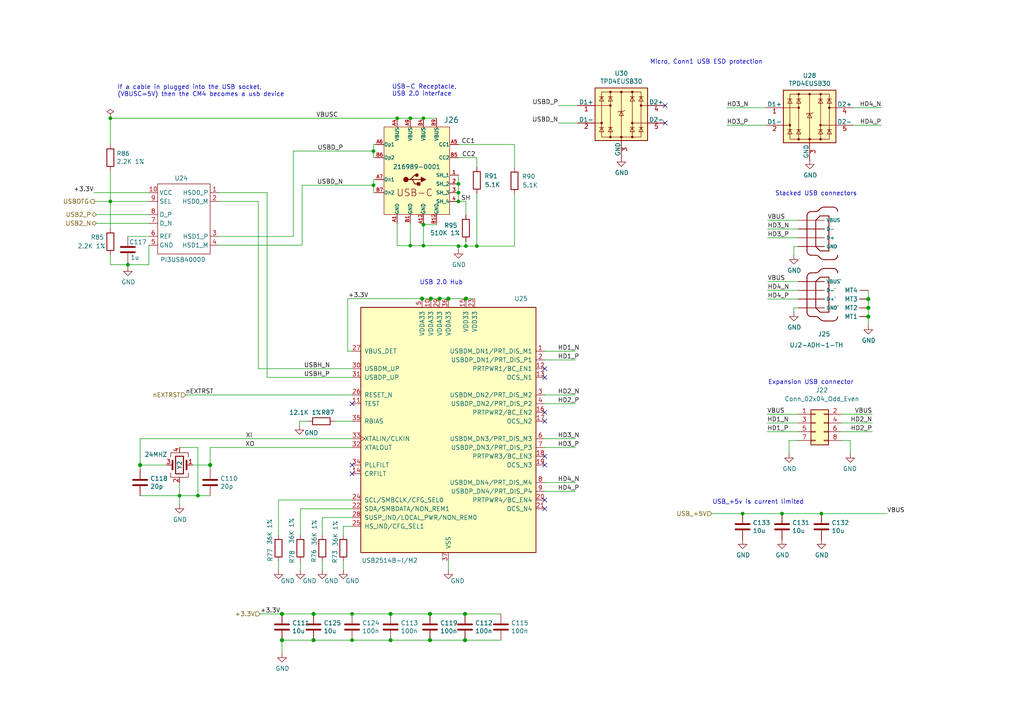
<source format=kicad_sch>
(kicad_sch (version 20230121) (generator eeschema)
  (paper "A4")
  (title_block (title "Penta-Pi") (date "2022-09-05") (rev "2.0") (comment 1 "fjc"))
  (lib_symbols
    (symbol "CM4IO:216989-0001" (pin_names (offset 0.01))
      (property "Reference" "J" (at -19.05 -2.54 0))
      (property "Value" "216989-0001" (at -24.13 -6.35 0))
      (symbol "216989-0001_0_0"
        (text "USB-C" (at -17.78 -13.97 0) (effects (font (size 2 2))))
      )
      (symbol "216989-0001_0_1"
        (circle (center -20.32 -10.16) (radius 0.635) (stroke (width 0.254)) (fill (type outline)))
        (circle (center -17.145 -8.89) (radius 0.381) (stroke (width 0.254)) (fill (type outline)))
        (rectangle (start -16.256 -11.049) (end -17.018 -11.811) (stroke (width 0.254)) (fill (type outline)))
        (polyline (pts (xy -18.415 -10.16) (xy -15.875 -10.16)) (stroke (width 0.254)))
        (polyline (pts (xy -19.685 -10.16) (xy -19.05 -10.16) (xy -17.78 -8.89) (xy -17.145 -8.89)) (stroke (width 0.254)))
        (polyline (pts (xy -19.05 -10.16) (xy -18.415 -10.16) (xy -17.78 -11.43) (xy -16.51 -11.43)) (stroke (width 0.254)))
        (polyline (pts (xy -15.875 -9.525) (xy -15.875 -10.795) (xy -14.605 -10.16) (xy -15.875 -9.525)) (stroke (width 0.254)) (fill (type outline)))
      )
      (symbol "216989-0001_1_1"
        (rectangle (start -26.67 5.08) (end -7.62 -20.32) (fill (type background)))
        (pin passive line (at -5.08 -8.89 180) (length 2.54) (name "SH_1") (number "1"))
        (pin passive line (at -5.08 -11.43 180) (length 2.54) (name "SH_2") (number "2"))
        (pin passive line (at -5.08 -13.97 180) (length 2.54) (name "SH_3") (number "3"))
        (pin passive line (at -5.08 -16.51 180) (length 2.54) (name "SH_4") (number "4"))
        (pin power_in line (at -22.86 -22.86 90) (length 2.54) (name "GND") (number "A1"))
        (pin power_in line (at -15.24 -22.86 90) (length 2.54) (name "GND") (number "A12"))
        (pin passive line (at -22.86 7.62 270) (length 2.54) (name "VBUS") (number "A4"))
        (pin passive line (at -5.08 0 180) (length 2.54) (name "CC1") (number "A5"))
        (pin passive line (at -29.21 0 0) (length 2.54) (name "Dp1") (number "A6"))
        (pin passive line (at -29.21 -10.16 0) (length 2.54) (name "Dn1") (number "A7"))
        (pin power_in line (at -19.05 7.62 270) (length 2.54) (name "VBUS") (number "A9"))
        (pin power_in line (at -19.05 -22.86 90) (length 2.54) (name "GND") (number "B1"))
        (pin power_in line (at -11.43 -22.86 90) (length 2.54) (name "GND") (number "B12"))
        (pin passive line (at -15.24 7.62 270) (length 2.54) (name "VBUS") (number "B4"))
        (pin passive line (at -5.08 -3.81 180) (length 2.54) (name "CC2") (number "B5"))
        (pin passive line (at -29.21 -3.81 0) (length 2.54) (name "Dp2") (number "B6"))
        (pin passive line (at -29.21 -13.97 0) (length 2.54) (name "Dn2") (number "B7"))
        (pin passive line (at -11.43 7.62 270) (length 2.54) (name "VBUS") (number "B9"))
      )
    )
    (symbol "CM4IO:PI3USB4000D"
      (property "Reference" "U" (at -7.62 20.32 0))
      (property "Value" "PI3USB4000D" (at -2.54 -2.54 0))
      (symbol "PI3USB4000D_0_0"
        (pin bidirectional line (at -11.43 16.51 0) (length 2.54) (name "HSD0_P") (number "1"))
        (pin power_in line (at 8.89 16.51 180) (length 2.54) (name "VCC") (number "10"))
        (pin bidirectional line (at -11.43 13.97 0) (length 2.54) (name "HSD0_M") (number "2"))
        (pin bidirectional line (at -11.43 3.81 0) (length 2.54) (name "HSD1_P") (number "3"))
        (pin bidirectional line (at -11.43 1.27 0) (length 2.54) (name "HSD1_M") (number "4"))
        (pin power_in line (at 8.89 1.27 180) (length 2.54) (name "GND") (number "5"))
        (pin input line (at 8.89 3.81 180) (length 2.54) (name "REF") (number "6"))
        (pin bidirectional line (at 8.89 7.62 180) (length 2.54) (name "D_N") (number "7"))
        (pin bidirectional line (at 8.89 10.16 180) (length 2.54) (name "D_P") (number "8"))
        (pin input line (at 8.89 13.97 180) (length 2.54) (name "SEL") (number "9"))
      )
      (symbol "PI3USB4000D_0_1"
        (rectangle (start -8.89 19.05) (end 6.35 -1.27))
      )
    )
    (symbol "CM4IO:TPD4EUSB30" (pin_names (offset 0))
      (property "Reference" "U" (at -0.635 8.89 0))
      (property "Value" "TPD4EUSB30" (at 8.89 -10.16 0))
      (symbol "TPD4EUSB30_0_0"
        (rectangle (start -5.715 6.477) (end 5.715 -6.604))
        (polyline (pts (xy -3.175 -6.604) (xy -3.175 6.477)))
        (polyline (pts (xy 0 6.477) (xy 0 -6.604)))
        (polyline (pts (xy 3.175 6.477) (xy 3.175 -6.604)))
      )
      (symbol "TPD4EUSB30_0_1"
        (rectangle (start -7.62 7.62) (end 7.62 -7.62) (stroke (width 0.254)) (fill (type background)))
        (circle (center -5.715 -2.54) (radius 0.2794) (fill (type outline)))
        (circle (center -3.175 -6.604) (radius 0.2794) (fill (type outline)))
        (circle (center -3.175 2.54) (radius 0.2794) (fill (type outline)))
        (circle (center -3.175 6.477) (radius 0.2794) (fill (type outline)))
        (circle (center 0 -6.604) (radius 0.2794) (fill (type outline)))
        (polyline (pts (xy -7.747 2.54) (xy -3.175 2.54)))
        (polyline (pts (xy -7.62 -2.54) (xy -5.715 -2.54)))
        (polyline (pts (xy -5.08 -3.81) (xy -6.35 -3.81)))
        (polyline (pts (xy -5.08 5.08) (xy -6.35 5.08)))
        (polyline (pts (xy -2.54 -3.81) (xy -3.81 -3.81)))
        (polyline (pts (xy -2.54 5.08) (xy -3.81 5.08)))
        (polyline (pts (xy -0.635 0.889) (xy -1.016 0.635)))
        (polyline (pts (xy 0 -6.604) (xy 0 -7.62)))
        (polyline (pts (xy 0.635 0.889) (xy -0.635 0.889)))
        (polyline (pts (xy 0.635 0.889) (xy 1.016 1.143)))
        (polyline (pts (xy 3.81 -3.81) (xy 2.54 -3.81)))
        (polyline (pts (xy 3.81 5.08) (xy 2.54 5.08)))
        (polyline (pts (xy 6.35 -3.81) (xy 5.08 -3.81)))
        (polyline (pts (xy 6.35 5.08) (xy 5.08 5.08)))
        (polyline (pts (xy 7.62 -2.54) (xy 3.175 -2.54)))
        (polyline (pts (xy 7.62 2.54) (xy 5.715 2.54)))
        (polyline (pts (xy -5.08 -5.08) (xy -6.35 -5.08) (xy -5.715 -3.81) (xy -5.08 -5.08)))
        (polyline (pts (xy -5.08 3.81) (xy -6.35 3.81) (xy -5.715 5.08) (xy -5.08 3.81)))
        (polyline (pts (xy -2.54 -5.08) (xy -3.81 -5.08) (xy -3.175 -3.81) (xy -2.54 -5.08)))
        (polyline (pts (xy -2.54 3.81) (xy -3.81 3.81) (xy -3.175 5.08) (xy -2.54 3.81)))
        (polyline (pts (xy 0.635 -0.381) (xy -0.635 -0.381) (xy 0 0.889) (xy 0.635 -0.381)))
        (polyline (pts (xy 3.81 -5.08) (xy 2.54 -5.08) (xy 3.175 -3.81) (xy 3.81 -5.08)))
        (polyline (pts (xy 3.81 3.81) (xy 2.54 3.81) (xy 3.175 5.08) (xy 3.81 3.81)))
        (polyline (pts (xy 6.35 -5.08) (xy 5.08 -5.08) (xy 5.715 -3.81) (xy 6.35 -5.08)))
        (polyline (pts (xy 6.35 3.81) (xy 5.08 3.81) (xy 5.715 5.08) (xy 6.35 3.81)))
        (circle (center 0 6.477) (radius 0.2794) (fill (type outline)))
        (circle (center 3.175 -6.604) (radius 0.2794) (fill (type outline)))
        (circle (center 3.175 -2.54) (radius 0.2794) (fill (type outline)))
        (circle (center 3.175 6.477) (radius 0.2794) (fill (type outline)))
        (circle (center 5.715 2.54) (radius 0.2794) (fill (type outline)))
      )
      (symbol "TPD4EUSB30_1_1"
        (pin passive line (at -12.7 2.54 0) (length 5.08) (name "D1+") (number "1"))
        (pin passive line (at -12.7 2.54 0) (length 5.08) hide (name "~") (number "10"))
        (pin passive line (at -12.7 -2.54 0) (length 5.08) (name "D1-") (number "2"))
        (pin power_in line (at 0 -12.7 90) (length 5.08) (name "GND") (number "3"))
        (pin passive line (at 12.7 2.54 180) (length 5.08) (name "D2+") (number "4"))
        (pin passive line (at 12.7 -2.54 180) (length 5.08) (name "D2-") (number "5"))
        (pin passive line (at 12.7 -2.54 180) (length 5.08) hide (name "~") (number "6"))
        (pin passive line (at 12.7 2.54 180) (length 5.08) hide (name "~") (number "7"))
        (pin passive line (at 0 -12.7 90) (length 5.08) hide (name "GND") (number "8"))
        (pin passive line (at -12.7 -2.54 0) (length 5.08) hide (name "~") (number "9"))
      )
    )
    (symbol "CM4IO:USB_67298-4090" (pin_numbers hide)
      (property "Reference" "J" (at -5.08 21.6408 0))
      (property "Value" "USB_67298-4090" (at -5.08 -17.8054 0))
      (symbol "USB_67298-4090_0_0"
        (arc (start -5.08 -11.43) (mid -4.708 -12.328) (end -3.81 -12.7) (stroke (width 0.254)))
        (arc (start -5.08 6.35) (mid -4.708 5.452) (end -3.81 5.08) (stroke (width 0.254)))
        (arc (start -3.81 0) (mid -4.708 -0.372) (end -5.08 -1.27) (stroke (width 0.254)))
        (arc (start -3.81 17.78) (mid -4.708 17.408) (end -5.08 16.51) (stroke (width 0.254)))
        (arc (start -2.54 0) (mid -1.972 0.1341) (end -1.524 0.508) (stroke (width 0.254)))
        (arc (start -2.54 17.78) (mid -1.972 17.9141) (end -1.524 18.288) (stroke (width 0.254)))
        (arc (start -1.524 -13.208) (mid -1.972 -12.8341) (end -2.54 -12.7) (stroke (width 0.254)))
        (arc (start -1.524 -13.208) (mid -0.8519 -13.7689) (end 0 -13.97) (stroke (width 0.254)))
        (arc (start -1.524 4.572) (mid -1.972 4.9459) (end -2.54 5.08) (stroke (width 0.254)))
        (arc (start -1.524 4.572) (mid -0.8519 4.0111) (end 0 3.81) (stroke (width 0.254)))
        (polyline (pts (xy -5.08 -1.27) (xy -5.08 -11.43)) (stroke (width 0.254)))
        (polyline (pts (xy -5.08 16.51) (xy -5.08 6.35)) (stroke (width 0.254)))
        (polyline (pts (xy -3.81 -12.7) (xy -2.54 -12.7)) (stroke (width 0.254)))
        (polyline (pts (xy -3.81 0) (xy -2.54 0)) (stroke (width 0.254)))
        (polyline (pts (xy -3.81 5.08) (xy -2.54 5.08)) (stroke (width 0.254)))
        (polyline (pts (xy -3.81 17.78) (xy -2.54 17.78)) (stroke (width 0.254)))
        (polyline (pts (xy -2.54 -10.16) (xy -1.27 -11.43)) (stroke (width 0.254)))
        (polyline (pts (xy -2.54 -2.54) (xy -2.54 -10.16)) (stroke (width 0.254)))
        (polyline (pts (xy -2.54 7.62) (xy -1.27 6.35)) (stroke (width 0.254)))
        (polyline (pts (xy -2.54 15.24) (xy -2.54 7.62)) (stroke (width 0.254)))
        (polyline (pts (xy -1.27 -11.43) (xy 1.27 -11.43)) (stroke (width 0.254)))
        (polyline (pts (xy -1.27 -1.27) (xy -2.54 -2.54)) (stroke (width 0.254)))
        (polyline (pts (xy -1.27 6.35) (xy 1.27 6.35)) (stroke (width 0.254)))
        (polyline (pts (xy -1.27 16.51) (xy -2.54 15.24)) (stroke (width 0.254)))
        (polyline (pts (xy 0 -13.97) (xy 2.54 -13.97)) (stroke (width 0.254)))
        (polyline (pts (xy 0 1.27) (xy 2.54 1.27)) (stroke (width 0.254)))
        (polyline (pts (xy 0 3.81) (xy 2.54 3.81)) (stroke (width 0.254)))
        (polyline (pts (xy 0 19.05) (xy 2.54 19.05)) (stroke (width 0.254)))
        (polyline (pts (xy 1.27 -11.43) (xy 1.27 -1.27)) (stroke (width 0.254)))
        (polyline (pts (xy 1.27 -1.27) (xy -1.27 -1.27)) (stroke (width 0.254)))
        (polyline (pts (xy 1.27 6.35) (xy 1.27 16.51)) (stroke (width 0.254)))
        (polyline (pts (xy 1.27 16.51) (xy -1.27 16.51)) (stroke (width 0.254)))
        (arc (start 0 1.27) (mid -0.8519 1.0689) (end -1.524 0.508) (stroke (width 0.254)))
        (arc (start 0 19.05) (mid -0.8519 18.8489) (end -1.524 18.288) (stroke (width 0.254)))
        (arc (start 2.54 -13.97) (mid 3.438 -13.598) (end 3.81 -12.7) (stroke (width 0.254)))
        (arc (start 2.54 3.81) (mid 3.438 4.182) (end 3.81 5.08) (stroke (width 0.254)))
        (arc (start 3.81 0) (mid 3.438 0.898) (end 2.54 1.27) (stroke (width 0.254)))
        (arc (start 3.81 17.78) (mid 3.438 18.678) (end 2.54 19.05) (stroke (width 0.254)))
        (pin power_in line (at -7.62 -2.54 0) (length 7.62) (name "VBUS`") (number "1"))
        (pin passive line (at -7.62 -5.08 0) (length 7.62) (name "D-`") (number "2"))
        (pin passive line (at -7.62 -7.62 0) (length 7.62) (name "D+`") (number "3"))
        (pin power_in line (at -7.62 -10.16 0) (length 7.62) (name "GND`") (number "4"))
        (pin power_in line (at -7.62 15.24 0) (length 7.62) (name "VBUS") (number "5"))
        (pin passive line (at -7.62 12.7 0) (length 7.62) (name "D-") (number "6"))
        (pin passive line (at -7.62 10.16 0) (length 7.62) (name "D+") (number "7"))
        (pin power_in line (at -7.62 7.62 0) (length 7.62) (name "GND") (number "8"))
        (pin passive line (at 12.7 -12.7 180) (length 2.54) (name "MT1") (number "MT1"))
        (pin passive line (at 12.7 -10.16 180) (length 2.54) (name "MT2") (number "MT2"))
        (pin passive line (at 12.7 -7.62 180) (length 2.54) (name "MT3") (number "MT3"))
        (pin passive line (at 12.7 -5.08 180) (length 2.54) (name "MT4") (number "MT4"))
      )
    )
    (symbol "Connector_Generic:Conn_02x04_Odd_Even" (pin_names (offset 1.016) hide)
      (property "Reference" "J" (at 1.27 5.08 0))
      (property "Value" "Conn_02x04_Odd_Even" (at 1.27 -7.62 0))
      (symbol "Conn_02x04_Odd_Even_1_1"
        (rectangle (start -1.27 -4.953) (end 0 -5.207) (stroke (width 0.1524)))
        (rectangle (start -1.27 -2.413) (end 0 -2.667) (stroke (width 0.1524)))
        (rectangle (start -1.27 0.127) (end 0 -0.127) (stroke (width 0.1524)))
        (rectangle (start -1.27 2.667) (end 0 2.413) (stroke (width 0.1524)))
        (rectangle (start -1.27 3.81) (end 3.81 -6.35) (stroke (width 0.254)) (fill (type background)))
        (rectangle (start 3.81 -4.953) (end 2.54 -5.207) (stroke (width 0.1524)))
        (rectangle (start 3.81 -2.413) (end 2.54 -2.667) (stroke (width 0.1524)))
        (rectangle (start 3.81 0.127) (end 2.54 -0.127) (stroke (width 0.1524)))
        (rectangle (start 3.81 2.667) (end 2.54 2.413) (stroke (width 0.1524)))
        (pin passive line (at -5.08 2.54 0) (length 3.81) (name "Pin_1") (number "1"))
        (pin passive line (at 7.62 2.54 180) (length 3.81) (name "Pin_2") (number "2"))
        (pin passive line (at -5.08 0 0) (length 3.81) (name "Pin_3") (number "3"))
        (pin passive line (at 7.62 0 180) (length 3.81) (name "Pin_4") (number "4"))
        (pin passive line (at -5.08 -2.54 0) (length 3.81) (name "Pin_5") (number "5"))
        (pin passive line (at 7.62 -2.54 180) (length 3.81) (name "Pin_6") (number "6"))
        (pin passive line (at -5.08 -5.08 0) (length 3.81) (name "Pin_7") (number "7"))
        (pin passive line (at 7.62 -5.08 180) (length 3.81) (name "Pin_8") (number "8"))
      )
    )
    (symbol "Device:C" (pin_numbers hide) (pin_names (offset 0.254))
      (property "Reference" "C" (at 0.635 2.54 0))
      (property "Value" "C" (at 0.635 -2.54 0))
      (symbol "C_0_1"
        (polyline (pts (xy -2.032 -0.762) (xy 2.032 -0.762)) (stroke (width 0.508)))
        (polyline (pts (xy -2.032 0.762) (xy 2.032 0.762)) (stroke (width 0.508)))
      )
      (symbol "C_1_1"
        (pin passive line (at 0 3.81 270) (length 2.794) (name "~") (number "1"))
        (pin passive line (at 0 -3.81 90) (length 2.794) (name "~") (number "2"))
      )
    )
    (symbol "Device:Crystal_GND24" (pin_names (offset 1.016) hide)
      (property "Reference" "Y" (at 3.175 5.08 0))
      (property "Value" "Crystal_GND24" (at 3.175 3.175 0))
      (symbol "Crystal_GND24_0_1"
        (rectangle (start -1.143 2.54) (end 1.143 -2.54) (stroke (width 0.3048)))
        (polyline (pts (xy -2.54 0) (xy -2.032 0)))
        (polyline (pts (xy -2.032 -1.27) (xy -2.032 1.27)) (stroke (width 0.508)))
        (polyline (pts (xy 0 -3.81) (xy 0 -3.556)))
        (polyline (pts (xy 0 3.556) (xy 0 3.81)))
        (polyline (pts (xy 2.032 -1.27) (xy 2.032 1.27)) (stroke (width 0.508)))
        (polyline (pts (xy 2.032 0) (xy 2.54 0)))
        (polyline (pts (xy -2.54 -2.286) (xy -2.54 -3.556) (xy 2.54 -3.556) (xy 2.54 -2.286)))
        (polyline (pts (xy -2.54 2.286) (xy -2.54 3.556) (xy 2.54 3.556) (xy 2.54 2.286)))
      )
      (symbol "Crystal_GND24_1_1"
        (pin passive line (at -3.81 0 0) (length 1.27) (name "1") (number "1"))
        (pin passive line (at 0 5.08 270) (length 1.27) (name "2") (number "2"))
        (pin passive line (at 3.81 0 180) (length 1.27) (name "3") (number "3"))
        (pin passive line (at 0 -5.08 90) (length 1.27) (name "4") (number "4"))
      )
    )
    (symbol "Device:R" (pin_numbers hide) (pin_names (offset 0))
      (property "Reference" "R" (at 2.032 0 90))
      (property "Value" "R" (at 0 0 90))
      (symbol "R_0_1"
        (rectangle (start -1.016 -2.54) (end 1.016 2.54) (stroke (width 0.254)))
      )
      (symbol "R_1_1"
        (pin passive line (at 0 3.81 270) (length 1.27) (name "~") (number "1"))
        (pin passive line (at 0 -3.81 90) (length 1.27) (name "~") (number "2"))
      )
    )
    (symbol "Interface_USB:USB2514B_Bi" (pin_names (offset 1.016))
      (property "Reference" "U" (at -17.78 40.64 0))
      (property "Value" "USB2514B_Bi" (at -20.32 38.1 0))
      (symbol "USB2514B_Bi_0_1"
        (rectangle (start -25.4 35.56) (end 25.4 -35.56) (stroke (width 0.254)) (fill (type background)))
      )
      (symbol "USB2514B_Bi_1_1"
        (pin bidirectional line (at 27.94 22.86 180) (length 2.54) (name "USBDM_DN1/PRT_DIS_M1") (number "1"))
        (pin power_in line (at -5.08 38.1 270) (length 2.54) (name "VDDA33") (number "10"))
        (pin input line (at -27.94 7.62 0) (length 2.54) (name "TEST") (number "11"))
        (pin bidirectional line (at 27.94 17.78 180) (length 2.54) (name "PRTPWR1/BC_EN1") (number "12"))
        (pin input line (at 27.94 15.24 180) (length 2.54) (name "OCS_N1") (number "13"))
        (pin input line (at -27.94 -12.7 0) (length 2.54) (name "CRFILT") (number "14"))
        (pin power_in line (at 5.08 38.1 270) (length 2.54) (name "VDD33") (number "15"))
        (pin bidirectional line (at 27.94 5.08 180) (length 2.54) (name "PRTPWR2/BC_EN2") (number "16"))
        (pin input line (at 27.94 2.54 180) (length 2.54) (name "OCS_N2") (number "17"))
        (pin bidirectional line (at 27.94 -7.62 180) (length 2.54) (name "PRTPWR3/BC_EN3") (number "18"))
        (pin input line (at 27.94 -10.16 180) (length 2.54) (name "OCS_N3") (number "19"))
        (pin bidirectional line (at 27.94 20.32 180) (length 2.54) (name "USBDP_DN1/PRT_DIS_P1") (number "2"))
        (pin bidirectional line (at 27.94 -20.32 180) (length 2.54) (name "PRTPWR4/BC_EN4") (number "20"))
        (pin input line (at 27.94 -22.86 180) (length 2.54) (name "OCS_N4") (number "21"))
        (pin bidirectional line (at -27.94 -22.86 0) (length 2.54) (name "SDA/SMBDATA/NON_REM1") (number "22"))
        (pin power_in line (at 7.62 38.1 270) (length 2.54) (name "VDD33") (number "23"))
        (pin bidirectional line (at -27.94 -20.32 0) (length 2.54) (name "SCL/SMBCLK/CFG_SEL0") (number "24"))
        (pin bidirectional line (at -27.94 -27.94 0) (length 2.54) (name "HS_IND/CFG_SEL1") (number "25"))
        (pin input line (at -27.94 10.16 0) (length 2.54) (name "RESET_N") (number "26"))
        (pin input line (at -27.94 22.86 0) (length 2.54) (name "VBUS_DET") (number "27"))
        (pin bidirectional line (at -27.94 -25.4 0) (length 2.54) (name "SUSP_IND/LOCAL_PWR/NON_REM0") (number "28"))
        (pin power_in line (at -2.54 38.1 270) (length 2.54) (name "VDDA33") (number "29"))
        (pin bidirectional line (at 27.94 10.16 180) (length 2.54) (name "USBDM_DN2/PRT_DIS_M2") (number "3"))
        (pin bidirectional line (at -27.94 17.78 0) (length 2.54) (name "USBDM_UP") (number "30"))
        (pin bidirectional line (at -27.94 15.24 0) (length 2.54) (name "USBDP_UP") (number "31"))
        (pin output line (at -27.94 -5.08 0) (length 2.54) (name "XTALOUT") (number "32"))
        (pin input clock (at -27.94 -2.54 0) (length 2.54) (name "XTALIN/CLKIN") (number "33"))
        (pin input line (at -27.94 -10.16 0) (length 2.54) (name "PLLFILT") (number "34"))
        (pin input line (at -27.94 2.54 0) (length 2.54) (name "RBIAS") (number "35"))
        (pin power_in line (at 0 38.1 270) (length 2.54) (name "VDDA33") (number "36"))
        (pin power_in line (at 0 -38.1 90) (length 2.54) (name "VSS") (number "37"))
        (pin bidirectional line (at 27.94 7.62 180) (length 2.54) (name "USBDP_DN2/PRT_DIS_P2") (number "4"))
        (pin power_in line (at -7.62 38.1 270) (length 2.54) (name "VDDA33") (number "5"))
        (pin bidirectional line (at 27.94 -2.54 180) (length 2.54) (name "USBDM_DN3/PRT_DIS_M3") (number "6"))
        (pin bidirectional line (at 27.94 -5.08 180) (length 2.54) (name "USBDP_DN3/PRT_DIS_P3") (number "7"))
        (pin bidirectional line (at 27.94 -15.24 180) (length 2.54) (name "USBDM_DN4/PRT_DIS_M4") (number "8"))
        (pin bidirectional line (at 27.94 -17.78 180) (length 2.54) (name "USBDP_DN4/PRT_DIS_P4") (number "9"))
      )
    )
    (symbol "power:GND" (power) (pin_names (offset 0))
      (property "Value" "GND" (at 0 -3.81 0))
      (symbol "GND_0_1"
        (polyline (pts (xy 0 0) (xy 0 -1.27) (xy 1.27 -1.27) (xy 0 -2.54) (xy -1.27 -1.27) (xy 0 -1.27)))
      )
      (symbol "GND_1_1"
        (pin power_in line (at 0 0 270) (length 0) hide (name "GND") (number "1"))
      )
    )
    (symbol "power:PWR_FLAG" (power) (pin_numbers hide) (pin_names (offset 0) hide)
      (property "Value" "PWR_FLAG" (at 0 3.81 0))
      (symbol "PWR_FLAG_0_0"
        (pin power_out line (at 0 0 90) (length 0) (name "pwr") (number "1"))
      )
      (symbol "PWR_FLAG_0_1"
        (polyline (pts (xy 0 0) (xy 0 1.27) (xy -1.016 1.905) (xy 0 2.54) (xy 1.016 1.905) (xy 0 1.27)))
      )
    )
  )
  (junction (at 132.969 55.88))
  (junction (at 122.428 86.614) (diameter 1.016))
  (junction (at 108.331 43.815))
  (junction (at 81.788 178.054) (diameter 1.016))
  (junction (at 132.969 58.42))
  (junction (at 90.932 185.674) (diameter 1.016))
  (junction (at 118.999 34.29))
  (junction (at 124.968 86.614) (diameter 1.016))
  (junction (at 113.284 178.054) (diameter 1.016))
  (junction (at 251.841 86.741) (diameter 1.016))
  (junction (at 122.809 34.29))
  (junction (at 32.004 34.29))
  (junction (at 130.048 86.614) (diameter 1.016))
  (junction (at 135.128 71.374))
  (junction (at 57.404 143.764))
  (junction (at 135.128 86.614) (diameter 1.016))
  (junction (at 115.189 34.29))
  (junction (at 40.64 134.874) (diameter 1.016))
  (junction (at 251.841 91.821) (diameter 1.016))
  (junction (at 132.969 53.34))
  (junction (at 90.932 178.054) (diameter 1.016))
  (junction (at 124.714 178.054) (diameter 1.016))
  (junction (at 226.822 148.971) (diameter 0.9144))
  (junction (at 37.084 76.7842))
  (junction (at 122.809 65.151))
  (junction (at 113.284 185.674) (diameter 1.016))
  (junction (at 132.969 71.374))
  (junction (at 32.004 58.42))
  (junction (at 238.252 148.971) (diameter 0.9144))
  (junction (at 118.999 71.247))
  (junction (at 134.874 178.054) (diameter 1.016))
  (junction (at 108.331 53.721))
  (junction (at 127.508 86.614) (diameter 1.016))
  (junction (at 102.108 185.674) (diameter 0.9144))
  (junction (at 122.809 71.247))
  (junction (at 215.392 148.971) (diameter 0.9144))
  (junction (at 138.303 71.374))
  (junction (at 81.788 185.674) (diameter 1.016))
  (junction (at 60.96 134.874) (diameter 1.016))
  (junction (at 52.07 143.764))
  (junction (at 102.108 178.054) (diameter 0.914))
  (junction (at 251.841 89.281) (diameter 1.016))
  (junction (at 134.874 185.674) (diameter 1.016))
  (junction (at 124.714 185.674) (diameter 1.016))
  (no_connect (at 157.988 119.634))
  (no_connect (at 102.108 117.094))
  (no_connect (at 192.913 30.607))
  (no_connect (at 192.913 35.687))
  (no_connect (at 157.988 134.874))
  (no_connect (at 102.108 134.874))
  (no_connect (at 102.108 137.414))
  (no_connect (at 157.988 147.574))
  (no_connect (at 157.988 109.474))
  (no_connect (at 157.988 132.334))
  (no_connect (at 157.988 122.174))
  (no_connect (at 157.988 145.034))
  (no_connect (at 157.988 106.934))
  (wire (pts (xy 130.048 162.814) (xy 130.048 165.354)))
  (wire (pts (xy 115.189 34.29) (xy 118.999 34.29)))
  (wire (pts (xy 135.128 58.42) (xy 135.128 62.357)))
  (wire (pts (xy 108.331 53.721) (xy 108.331 55.88)))
  (wire (pts (xy 89.408 122.174) (xy 86.868 122.174)))
  (wire (pts (xy 122.809 64.77) (xy 122.809 65.151)))
  (wire (pts (xy 132.969 71.374) (xy 132.969 72.39)))
  (wire (pts (xy 134.874 185.674) (xy 145.288 185.674)))
  (wire (pts (xy 234.823 46.482) (xy 234.8823 46.4363)))
  (wire (pts (xy 215.392 148.971) (xy 226.822 148.971)))
  (wire (pts (xy 32.004 73.914) (xy 32.004 76.7842)))
  (wire (pts (xy 102.108 185.674) (xy 113.284 185.674)))
  (wire (pts (xy 85.09 68.58) (xy 85.09 43.815)))
  (wire (pts (xy 80.772 145.034) (xy 102.108 145.034)))
  (wire (pts (xy 127.508 86.614) (xy 130.048 86.614)))
  (wire (pts (xy 118.999 34.29) (xy 122.809 34.29)))
  (wire (pts (xy 252.984 120.142) (xy 244.094 120.142)))
  (wire (pts (xy 74.93 106.934) (xy 102.108 106.934)))
  (wire (pts (xy 135.128 71.374) (xy 138.303 71.374)))
  (wire (pts (xy 118.999 71.247) (xy 118.999 64.77)))
  (wire (pts (xy 93.472 150.114) (xy 102.108 150.114)))
  (wire (pts (xy 132.969 55.88) (xy 132.969 58.42)))
  (wire (pts (xy 80.772 155.194) (xy 80.772 145.034)))
  (wire (pts (xy 135.128 69.977) (xy 135.128 71.374)))
  (wire (pts (xy 102.108 178.054) (xy 113.284 178.054)) (stroke (width 0.152)))
  (wire (pts (xy 63.5 68.58) (xy 85.09 68.58)))
  (wire (pts (xy 247.523 36.322) (xy 255.651 36.322)))
  (wire (pts (xy 32.004 49.53) (xy 32.004 58.42)))
  (wire (pts (xy 87.122 147.574) (xy 102.108 147.574)))
  (wire (pts (xy 40.64 134.874) (xy 48.26 134.874)))
  (wire (pts (xy 135.128 86.614) (xy 137.668 86.614)))
  (wire (pts (xy 80.772 162.814) (xy 80.772 165.354)))
  (wire (pts (xy 40.64 127.254) (xy 40.64 134.874)))
  (wire (pts (xy 124.968 86.614) (xy 127.508 86.614)))
  (wire (pts (xy 40.64 143.764) (xy 52.07 143.764)))
  (wire (pts (xy 52.07 129.794) (xy 57.404 129.794)))
  (wire (pts (xy 57.404 129.794) (xy 57.404 143.764)))
  (wire (pts (xy 63.5 71.12) (xy 87.63 71.12)))
  (wire (pts (xy 85.09 43.815) (xy 108.331 43.815)))
  (wire (pts (xy 52.07 143.764) (xy 52.07 146.304)))
  (wire (pts (xy 132.969 41.91) (xy 149.225 41.91)))
  (wire (pts (xy 99.568 155.194) (xy 99.568 152.654)))
  (wire (pts (xy 52.07 139.954) (xy 52.07 143.764)))
  (wire (pts (xy 81.788 185.674) (xy 90.932 185.674)))
  (wire (pts (xy 32.004 58.42) (xy 43.18 58.42)))
  (wire (pts (xy 222.631 63.881) (xy 231.521 63.881)))
  (wire (pts (xy 122.428 86.614) (xy 124.968 86.614)))
  (wire (pts (xy 27.178 55.88) (xy 43.18 55.88)))
  (wire (pts (xy 63.5 55.88) (xy 77.47 55.88)))
  (wire (pts (xy 86.868 122.174) (xy 86.868 123.444)))
  (wire (pts (xy 251.841 91.821) (xy 251.841 94.361)))
  (wire (pts (xy 122.809 34.29) (xy 126.619 34.29)))
  (wire (pts (xy 138.303 45.72) (xy 138.303 48.514)))
  (wire (pts (xy 222.631 68.961) (xy 231.521 68.961)))
  (wire (pts (xy 251.841 84.201) (xy 251.841 86.741)))
  (wire (pts (xy 157.988 101.854) (xy 166.878 101.854)))
  (wire (pts (xy 113.284 185.674) (xy 124.714 185.674)))
  (wire (pts (xy 77.47 109.474) (xy 102.108 109.474)))
  (wire (pts (xy 124.714 178.054) (xy 134.874 178.054)))
  (wire (pts (xy 138.303 71.374) (xy 149.225 71.374)))
  (wire (pts (xy 161.925 35.687) (xy 167.513 35.687)))
  (wire (pts (xy 134.874 178.054) (xy 145.288 178.054)))
  (wire (pts (xy 251.841 86.741) (xy 251.841 89.281)))
  (wire (pts (xy 32.004 41.91) (xy 32.004 34.29)))
  (wire (pts (xy 130.048 86.614) (xy 135.128 86.614)))
  (wire (pts (xy 157.988 139.954) (xy 166.878 139.954)))
  (wire (pts (xy 251.841 89.281) (xy 251.841 91.821)))
  (wire (pts (xy 244.094 127.762) (xy 246.634 127.762)))
  (wire (pts (xy 60.96 129.794) (xy 102.108 129.794)))
  (wire (pts (xy 161.925 30.607) (xy 167.513 30.607)))
  (wire (pts (xy 108.331 41.91) (xy 108.839 41.91)))
  (wire (pts (xy 157.988 142.494) (xy 166.878 142.494)))
  (wire (pts (xy 231.521 89.281) (xy 230.251 89.281)))
  (wire (pts (xy 27.94 62.23) (xy 43.18 62.23)))
  (wire (pts (xy 132.969 50.8) (xy 132.969 53.34)))
  (wire (pts (xy 210.82 36.322) (xy 222.123 36.322)))
  (wire (pts (xy 157.988 117.094) (xy 166.878 117.094)))
  (wire (pts (xy 222.631 84.201) (xy 231.521 84.201)))
  (wire (pts (xy 115.189 71.247) (xy 115.189 64.77)))
  (wire (pts (xy 81.788 178.054) (xy 90.932 178.054)))
  (wire (pts (xy 100.838 86.614) (xy 122.428 86.614)))
  (wire (pts (xy 115.189 71.247) (xy 118.999 71.247)))
  (wire (pts (xy 90.932 178.054) (xy 102.108 178.054)) (stroke (width 0.152)))
  (wire (pts (xy 138.303 56.134) (xy 138.303 71.374)))
  (wire (pts (xy 157.988 127.254) (xy 166.878 127.254)))
  (wire (pts (xy 53.848 114.554) (xy 102.108 114.554)))
  (wire (pts (xy 93.472 162.814) (xy 93.472 165.354)))
  (wire (pts (xy 226.822 148.971) (xy 238.252 148.971)))
  (wire (pts (xy 132.969 53.34) (xy 132.969 55.88)))
  (wire (pts (xy 108.331 43.815) (xy 108.331 45.72)))
  (wire (pts (xy 228.854 127.762) (xy 228.854 131.572)))
  (wire (pts (xy 157.988 129.794) (xy 166.878 129.794)))
  (wire (pts (xy 87.122 162.814) (xy 87.122 165.354)))
  (wire (pts (xy 93.472 155.194) (xy 93.472 150.114)))
  (wire (pts (xy 37.084 76.7842) (xy 37.084 76.2)))
  (wire (pts (xy 37.084 77.4192) (xy 37.084 76.7842)))
  (wire (pts (xy 252.984 125.222) (xy 244.094 125.222)))
  (wire (pts (xy 231.521 71.501) (xy 230.251 71.501)))
  (wire (pts (xy 32.004 58.42) (xy 32.004 66.294)))
  (wire (pts (xy 108.331 45.72) (xy 108.839 45.72)))
  (wire (pts (xy 108.331 43.815) (xy 108.331 41.91)))
  (wire (pts (xy 40.64 127.254) (xy 102.108 127.254)))
  (wire (pts (xy 63.5 58.42) (xy 74.93 58.42)))
  (wire (pts (xy 90.932 185.674) (xy 102.108 185.674)))
  (wire (pts (xy 27.305 58.42) (xy 32.004 58.42)))
  (wire (pts (xy 81.788 189.484) (xy 81.788 185.674)))
  (wire (pts (xy 113.284 178.054) (xy 124.714 178.054)))
  (wire (pts (xy 60.96 129.794) (xy 60.96 134.874)))
  (wire (pts (xy 60.96 134.874) (xy 60.96 136.144)))
  (wire (pts (xy 222.631 66.421) (xy 231.521 66.421)))
  (wire (pts (xy 157.988 104.394) (xy 166.878 104.394)))
  (wire (pts (xy 40.64 136.144) (xy 40.64 134.874)))
  (wire (pts (xy 74.93 58.42) (xy 74.93 106.934)))
  (wire (pts (xy 32.004 76.7842) (xy 37.084 76.7842)))
  (wire (pts (xy 37.084 76.7842) (xy 43.18 76.7842)))
  (wire (pts (xy 87.63 71.12) (xy 87.63 53.721)))
  (wire (pts (xy 52.07 143.764) (xy 57.404 143.764)))
  (wire (pts (xy 57.404 143.764) (xy 60.96 143.764)))
  (wire (pts (xy 75.438 178.054) (xy 81.788 178.054)))
  (wire (pts (xy 124.714 185.674) (xy 134.874 185.674)))
  (wire (pts (xy 206.502 148.971) (xy 215.392 148.971)))
  (wire (pts (xy 37.084 68.58) (xy 43.18 68.58)))
  (wire (pts (xy 149.225 56.261) (xy 149.225 71.374)))
  (wire (pts (xy 108.331 52.07) (xy 108.839 52.07)))
  (wire (pts (xy 222.631 86.741) (xy 231.521 86.741)))
  (wire (pts (xy 55.88 134.874) (xy 60.96 134.874)))
  (wire (pts (xy 99.568 162.814) (xy 99.568 165.354)))
  (wire (pts (xy 27.94 64.77) (xy 43.18 64.77)))
  (wire (pts (xy 252.984 122.682) (xy 244.094 122.682)))
  (wire (pts (xy 43.18 71.12) (xy 43.18 76.7842)))
  (wire (pts (xy 180.213 45.847) (xy 180.213 45.72)))
  (wire (pts (xy 238.252 148.971) (xy 257.302 148.971)))
  (wire (pts (xy 222.504 120.142) (xy 231.394 120.142)))
  (wire (pts (xy 97.028 122.174) (xy 102.108 122.174)))
  (wire (pts (xy 222.504 125.222) (xy 231.394 125.222)))
  (wire (pts (xy 210.82 31.242) (xy 222.123 31.242)))
  (wire (pts (xy 126.619 64.77) (xy 126.619 65.151)))
  (wire (pts (xy 118.999 71.247) (xy 122.809 71.247)))
  (wire (pts (xy 230.251 89.281) (xy 230.251 90.551)))
  (wire (pts (xy 122.809 65.151) (xy 122.809 71.247)))
  (wire (pts (xy 102.108 101.854) (xy 100.838 101.854)))
  (wire (pts (xy 108.331 55.88) (xy 108.839 55.88)))
  (wire (pts (xy 87.63 53.721) (xy 108.331 53.721)))
  (wire (pts (xy 228.854 127.762) (xy 231.394 127.762)))
  (wire (pts (xy 100.838 101.854) (xy 100.838 86.614)))
  (wire (pts (xy 222.504 122.682) (xy 231.394 122.682)))
  (wire (pts (xy 157.988 114.554) (xy 166.878 114.554)))
  (wire (pts (xy 246.634 127.762) (xy 246.634 131.572)))
  (wire (pts (xy 247.523 31.242) (xy 255.651 31.242)))
  (wire (pts (xy 230.251 71.501) (xy 230.251 74.041)))
  (wire (pts (xy 132.969 71.374) (xy 132.969 71.247)))
  (wire (pts (xy 149.225 41.91) (xy 149.225 48.641)))
  (wire (pts (xy 122.809 71.247) (xy 132.969 71.247)))
  (wire (pts (xy 32.004 34.29) (xy 115.189 34.29)))
  (wire (pts (xy 77.47 55.88) (xy 77.47 109.474)))
  (wire (pts (xy 87.122 155.194) (xy 87.122 147.574)))
  (wire (pts (xy 222.631 81.661) (xy 231.521 81.661)))
  (wire (pts (xy 132.969 71.374) (xy 135.128 71.374)))
  (wire (pts (xy 122.809 65.151) (xy 126.619 65.151)))
  (wire (pts (xy 99.568 152.654) (xy 102.108 152.654)))
  (wire (pts (xy 132.969 45.72) (xy 138.303 45.72)))
  (wire (pts (xy 108.331 52.07) (xy 108.331 53.721)))
  (wire (pts (xy 132.969 58.42) (xy 135.128 58.42)))
  (text "Micro, Conn1 USB ESD protection" (at 221.234 18.796 0) (effects (font (size 1.27 1.27)) (justify right bottom)))
  (text "Stacked USB connectors" (at 248.5898 56.9722 0) (effects (font (size 1.27 1.27)) (justify right bottom)))
  (text "Expansion USB connector" (at 247.6246 111.6838 0) (effects (font (size 1.27 1.27)) (justify right bottom)))
  (text "USB 2.0 Hub" (at 134.2898 82.7532 0) (effects (font (size 1.27 1.27)) (justify right bottom)))
  (text "USB-C Receptacle,\nUSB 2.0 interface" (at 113.665 28.067 0) (effects (font (size 1.27 1.27)) (justify left bottom)))
  (text "USB_+5v is current limited" (at 233.172 146.431 0) (effects (font (size 1.27 1.27)) (justify right bottom)))
  (text "If a cable in plugged into the USB socket,\n(VBUSC=5V) then the CM4 becomes a usb device" (at 34.036 28.194 0) (effects (font (size 1.27 1.27)) (justify left bottom)))
  (label "HD3_P" (at 222.631 68.961 0))
  (label "HD4_P" (at 255.651 36.322 180))
  (label "HD4_P" (at 222.631 86.741 0))
  (label "HD2_N" (at 252.984 122.682 180))
  (label "USBD_N" (at 91.948 53.721 0))
  (label "VBUS" (at 222.631 63.881 0))
  (label "USBH_N" (at 88.138 106.934 0))
  (label "HD3_N" (at 161.798 127.254 0))
  (label "HD3_P" (at 210.82 36.322 0))
  (label "HD2_P" (at 252.984 125.222 180))
  (label "VBUS" (at 222.631 81.661 0))
  (label "HD1_P" (at 222.504 125.222 0))
  (label "VBUS" (at 257.302 148.971 0))
  (label "CC1" (at 133.858 41.91 0))
  (label "USBH_P" (at 88.138 109.474 0))
  (label "VBUS" (at 252.984 120.142 180))
  (label "HD2_N" (at 161.798 114.554 0))
  (label "HD4_N" (at 161.798 139.954 0))
  (label "USBD_P" (at 161.925 30.607 180))
  (label "XI" (at 71.247 127.254 0))
  (label "HD4_P" (at 161.798 142.494 0))
  (label "HD3_N" (at 210.82 31.242 0))
  (label "HD4_N" (at 222.631 84.201 0))
  (label "USBD_N" (at 161.925 35.687 180))
  (label "SH" (at 133.731 58.42 0))
  (label "HD1_N" (at 161.798 101.854 0))
  (label "HD2_P" (at 161.798 117.094 0))
  (label "nEXTRST" (at 53.848 114.554 0))
  (label "HD1_P" (at 161.798 104.394 0))
  (label "CC2" (at 133.985 45.72 0))
  (label "XO" (at 71.12 129.794 0))
  (label "HD4_N" (at 255.651 31.242 180))
  (label "+3.3V" (at 27.178 55.88 180))
  (label "USBD_P" (at 92.075 43.815 0))
  (label "HD3_P" (at 161.798 129.794 0))
  (label "HD3_N" (at 222.631 66.421 0))
  (label "+3.3V" (at 100.965 86.614 0))
  (label "HD1_N" (at 222.504 122.682 0))
  (label "VBUS" (at 222.504 120.142 0))
  (label "VBUSC" (at 91.694 34.29 0))
  (label "+3.3V" (at 75.438 178.054 0))
  (hierarchical_label "USB_+5V" (shape input) (at 206.502 148.971 180))
  (hierarchical_label "+3.3V" (shape input) (at 75.438 178.054 180))
  (hierarchical_label "USBOTG" (shape output) (at 27.305 58.42 180))
  (hierarchical_label "USB2_P" (shape bidirectional) (at 27.94 62.23 180))
  (hierarchical_label "nEXTRST" (shape input) (at 53.848 114.554 180))
  (hierarchical_label "USB2_N" (shape bidirectional) (at 27.94 64.77 180))
  (symbol (lib_id "CM4IO:USB_67298-4090") (at 239.141 79.121 0) (unit 1)
    (property "Reference" "J25" (at 237.236 96.901 0) (effects (justify left)))
    (property "Value" "UJ2-ADH-1-TH" (at 228.981 100.076 0) (effects (justify left)))
    (property "Footprint" "CM4IO:MOLEX_USB_67298-4090" (effects hide))
    (property "Datasheet" "https://www.cuidevices.com/product/resource/uj2-adh-th.pdf" (effects hide))
    (property "LCSC Part Number" "C12049" (effects hide))
  )
  (symbol (lib_id "power:GND") (at 228.854 131.572 0) (unit 1)
    (property "Reference" "#PWR0122" (effects hide))
    (property "Value" "GND" (at 228.981 135.9662 0))
  )
  (symbol (lib_id "power:GND") (at 246.634 131.572 0) (mirror y) (unit 1)
    (property "Reference" "#PWR0126" (effects hide))
    (property "Value" "GND" (at 246.507 135.9662 0))
  )
  (symbol (lib_id "Device:R") (at 32.004 45.72 0) (unit 1)
    (property "Reference" "R86" (at 33.782 44.5516 0) (effects (justify left)))
    (property "Value" "2.2K 1%" (at 33.782 46.863 0) (effects (justify left)))
    (property "Footprint" "Resistor_SMD:R_0603_1608Metric" (effects hide))
    (property "LCSC Part Number" "C4190" (effects hide))
  )
  (symbol (lib_id "Device:C") (at 215.392 152.781 0) (unit 1)
    (property "Reference" "C133" (at 218.313 151.6126 0) (effects (justify left)))
    (property "Value" "10u" (at 218.313 153.924 0) (effects (justify left)))
    (property "Footprint" "Capacitor_SMD:C_0603_1608Metric" (effects hide))
    (property "Datasheet" "http://www.samsungsem.com/kr/support/product-search/mlcc/CL21B106KPQNNNE.jsp" (effects hide))
    (property "LCSC Part Number" "C19702" (effects hide))
  )
  (symbol (lib_id "power:GND") (at 215.392 156.591 0) (unit 1)
    (property "Reference" "#PWR0120" (effects hide))
    (property "Value" "GND" (at 215.519 160.9852 0))
  )
  (symbol (lib_id "Device:C") (at 226.822 152.781 0) (unit 1)
    (property "Reference" "C131" (at 229.743 151.6126 0) (effects (justify left)))
    (property "Value" "10u" (at 229.743 153.924 0) (effects (justify left)))
    (property "Footprint" "Capacitor_SMD:C_0603_1608Metric" (effects hide))
    (property "Datasheet" "http://www.samsungsem.com/kr/support/product-search/mlcc/CL21B106KPQNNNE.jsp" (effects hide))
    (property "LCSC Part Number" "C19702" (effects hide))
  )
  (symbol (lib_id "power:GND") (at 226.822 156.591 0) (unit 1)
    (property "Reference" "#PWR0121" (effects hide))
    (property "Value" "GND" (at 226.949 160.9852 0))
  )
  (symbol (lib_id "power:GND") (at 230.251 74.041 0) (unit 1)
    (property "Reference" "#PWR0123" (effects hide))
    (property "Value" "GND" (at 230.378 78.4352 0))
  )
  (symbol (lib_id "power:GND") (at 230.251 90.551 0) (unit 1)
    (property "Reference" "#PWR0124" (effects hide))
    (property "Value" "GND" (at 230.378 94.9452 0))
  )
  (symbol (lib_id "Device:R") (at 32.004 70.104 0) (unit 1)
    (property "Reference" "R85" (at 26.289 68.834 0) (effects (justify left)))
    (property "Value" "2.2K 1%" (at 22.479 71.374 0) (effects (justify left)))
    (property "Footprint" "Resistor_SMD:R_0603_1608Metric" (effects hide))
    (property "LCSC Part Number" "C4190" (effects hide))
  )
  (symbol (lib_id "Interface_USB:USB2514B_Bi") (at 130.048 124.714 0) (unit 1)
    (property "Reference" "U25" (at 151.13 86.614 0))
    (property "Value" "USB2514B-I/M2" (at 113.03 162.56 0))
    (property "Footprint" "Package_DFN_QFN:QFN-36-1EP_6x6mm_P0.5mm_EP3.7x3.7mm" (effects hide))
    (property "Datasheet" "http://ww1.microchip.com/downloads/en/DeviceDoc/00001692C.pdf" (effects hide))
    (property "LCSC Part Number" "C16251" (effects hide))
  )
  (symbol (lib_id "power:GND") (at 86.868 123.444 0) (unit 1)
    (property "Reference" "#PWR0114" (effects hide))
    (property "Value" "GND" (at 90.297 125.5522 0))
  )
  (symbol (lib_id "Device:R") (at 93.472 159.004 0) (unit 1)
    (property "Reference" "R76" (at 91.059 163.195 90) (effects (justify left)))
    (property "Value" "36K 1%" (at 91.186 158.242 90) (effects (justify left)))
    (property "Footprint" "Resistor_SMD:R_0603_1608Metric" (effects hide))
    (property "LCSC Part Number" "C23147" (effects hide))
  )
  (symbol (lib_id "Device:R") (at 87.122 159.004 0) (unit 1)
    (property "Reference" "R78" (at 84.709 163.449 90) (effects (justify left)))
    (property "Value" "36K 1%" (at 84.582 157.734 90) (effects (justify left)))
    (property "Footprint" "Resistor_SMD:R_0603_1608Metric" (effects hide))
    (property "LCSC Part Number" "C23147" (effects hide))
  )
  (symbol (lib_id "Device:R") (at 80.772 159.004 0) (unit 1)
    (property "Reference" "R77" (at 78.359 162.941 90) (effects (justify left)))
    (property "Value" "36K 1%" (at 78.232 157.988 90) (effects (justify left)))
    (property "Footprint" "Resistor_SMD:R_0603_1608Metric" (effects hide))
    (property "LCSC Part Number" "C23147" (effects hide))
  )
  (symbol (lib_id "power:GND") (at 80.772 165.354 0) (unit 1)
    (property "Reference" "#PWR0111" (effects hide))
    (property "Value" "GND" (at 83.439 168.4782 0))
  )
  (symbol (lib_id "power:GND") (at 87.122 165.354 0) (unit 1)
    (property "Reference" "#PWR0113" (effects hide))
    (property "Value" "GND" (at 89.789 168.4782 0))
  )
  (symbol (lib_id "power:GND") (at 93.472 165.354 0) (unit 1)
    (property "Reference" "#PWR0115" (effects hide))
    (property "Value" "GND" (at 96.139 168.4782 0))
  )
  (symbol (lib_id "power:GND") (at 99.568 165.354 0) (unit 1)
    (property "Reference" "#PWR0116" (effects hide))
    (property "Value" "GND" (at 102.235 168.4782 0))
  )
  (symbol (lib_id "power:GND") (at 251.841 94.361 0) (unit 1)
    (property "Reference" "#PWR0128" (effects hide))
    (property "Value" "GND" (at 251.968 98.7552 0))
  )
  (symbol (lib_id "power:GND") (at 132.969 72.39 0) (unit 1)
    (property "Reference" "#PWR0117" (effects hide))
    (property "Value" "GND" (at 133.096 76.7842 0))
  )
  (symbol (lib_id "power:GND") (at 130.048 165.354 0) (unit 1)
    (property "Reference" "#PWR0118" (effects hide))
    (property "Value" "GND" (at 132.715 168.4782 0))
  )
  (symbol (lib_id "Device:R") (at 93.218 122.174 90) (unit 1)
    (property "Reference" "R87" (at 97.028 119.634 90) (effects (justify left)))
    (property "Value" "12.1K 1%" (at 93.218 119.634 90) (effects (justify left)))
    (property "Footprint" "Resistor_SMD:R_0603_1608Metric" (effects hide))
    (property "LCSC Part Number" "C22864" (effects hide))
  )
  (symbol (lib_id "Device:R") (at 99.568 159.004 0) (unit 1)
    (property "Reference" "R73" (at 97.155 163.449 90) (effects (justify left)))
    (property "Value" "36K 1%" (at 97.282 158.496 90) (effects (justify left)))
    (property "Footprint" "Resistor_SMD:R_0603_1608Metric" (effects hide))
    (property "LCSC Part Number" "C23147" (effects hide))
  )
  (symbol (lib_id "Device:C") (at 113.284 181.864 0) (unit 1)
    (property "Reference" "C113" (at 116.205 180.6956 0) (effects (justify left)))
    (property "Value" "100n" (at 116.205 183.007 0) (effects (justify left)))
    (property "Footprint" "Capacitor_SMD:C_0402_1005Metric" (effects hide))
    (property "Datasheet" "https://search.murata.co.jp/Ceramy/image/img/A01X/G101/ENG/GRM21BR71A106KA73-01.pdf" (effects hide))
    (property "LCSC Part Number" "C1525" (effects hide))
  )
  (symbol (lib_id "Device:C") (at 124.714 181.864 0) (unit 1)
    (property "Reference" "C119" (at 127.635 180.6956 0) (effects (justify left)))
    (property "Value" "100n" (at 127.635 183.007 0) (effects (justify left)))
    (property "Footprint" "Capacitor_SMD:C_0402_1005Metric" (effects hide))
    (property "Datasheet" "https://search.murata.co.jp/Ceramy/image/img/A01X/G101/ENG/GRM21BR71A106KA73-01.pdf" (effects hide))
    (property "LCSC Part Number" "C1525" (effects hide))
  )
  (symbol (lib_id "Device:C") (at 134.874 181.864 0) (unit 1)
    (property "Reference" "C112" (at 137.795 180.6956 0) (effects (justify left)))
    (property "Value" "100n" (at 137.795 183.007 0) (effects (justify left)))
    (property "Footprint" "Capacitor_SMD:C_0402_1005Metric" (effects hide))
    (property "Datasheet" "https://search.murata.co.jp/Ceramy/image/img/A01X/G101/ENG/GRM21BR71A106KA73-01.pdf" (effects hide))
    (property "LCSC Part Number" "C1525" (effects hide))
  )
  (symbol (lib_id "Device:C") (at 102.108 181.864 0) (unit 1)
    (property "Reference" "C124" (at 105.029 180.6956 0) (effects (justify left)))
    (property "Value" "100n" (at 105.029 183.007 0) (effects (justify left)))
    (property "Footprint" "Capacitor_SMD:C_0402_1005Metric" (effects hide))
    (property "Datasheet" "https://search.murata.co.jp/Ceramy/image/img/A01X/G101/ENG/GRM21BR71A106KA73-01.pdf" (effects hide))
    (property "LCSC Part Number" "C1525" (effects hide))
  )
  (symbol (lib_id "power:GND") (at 81.788 189.484 0) (unit 1)
    (property "Reference" "#PWR0112" (effects hide))
    (property "Value" "GND" (at 81.915 193.8782 0))
  )
  (symbol (lib_id "Device:C") (at 81.788 181.864 0) (unit 1)
    (property "Reference" "C111" (at 84.709 180.6956 0) (effects (justify left)))
    (property "Value" "10u" (at 84.709 183.007 0) (effects (justify left)))
    (property "Footprint" "Capacitor_SMD:C_0603_1608Metric" (effects hide))
    (property "Datasheet" "http://www.samsungsem.com/kr/support/product-search/mlcc/CL21B106KPQNNNE.jsp" (effects hide))
    (property "LCSC Part Number" "C19702" (effects hide))
  )
  (symbol (lib_id "Device:C") (at 90.932 181.864 0) (unit 1)
    (property "Reference" "C125" (at 93.853 180.6956 0) (effects (justify left)))
    (property "Value" "10u" (at 93.853 183.007 0) (effects (justify left)))
    (property "Footprint" "Capacitor_SMD:C_0603_1608Metric" (effects hide))
    (property "Datasheet" "http://www.samsungsem.com/kr/support/product-search/mlcc/CL21B106KPQNNNE.jsp" (effects hide))
    (property "LCSC Part Number" "C19702" (effects hide))
  )
  (symbol (lib_id "Device:C") (at 40.64 139.954 0) (unit 1)
    (property "Reference" "C118" (at 43.561 138.7856 0) (effects (justify left)))
    (property "Value" "20p" (at 43.561 141.097 0) (effects (justify left)))
    (property "Footprint" "Capacitor_SMD:C_0603_1608Metric" (effects hide))
    (property "Datasheet" "https://search.murata.co.jp/Ceramy/image/img/A01X/G101/ENG/GJM1555C1H270JB01-01.pdf" (effects hide))
    (property "LCSC Part Number" " C1648" (effects hide))
  )
  (symbol (lib_id "Device:C") (at 60.96 139.954 0) (unit 1)
    (property "Reference" "C110" (at 63.881 138.7856 0) (effects (justify left)))
    (property "Value" "20p" (at 63.881 141.097 0) (effects (justify left)))
    (property "Footprint" "Capacitor_SMD:C_0603_1608Metric" (effects hide))
    (property "Datasheet" "https://search.murata.co.jp/Ceramy/image/img/A01X/G101/ENG/GJM1555C1H270JB01-01.pdf" (effects hide))
    (property "LCSC Part Number" " C1648" (effects hide))
  )
  (symbol (lib_id "power:GND") (at 52.07 146.304 0) (unit 1)
    (property "Reference" "#PWR0110" (effects hide))
    (property "Value" "GND" (at 52.197 150.6982 0))
  )
  (symbol (lib_id "power:GND") (at 234.8823 46.4363 0) (unit 1)
    (property "Reference" "#PWR0119" (effects hide))
    (property "Value" "GND" (at 235.0093 50.8305 0))
  )
  (symbol (lib_id "Device:C") (at 145.288 181.864 0) (unit 1)
    (property "Reference" "C115" (at 148.209 180.6956 0) (effects (justify left)))
    (property "Value" "100n" (at 148.209 183.007 0) (effects (justify left)))
    (property "Footprint" "Capacitor_SMD:C_0402_1005Metric" (effects hide))
    (property "Datasheet" "https://search.murata.co.jp/Ceramy/image/img/A01X/G101/ENG/GRM21BR71A106KA73-01.pdf" (effects hide))
    (property "LCSC Part Number" "C1525" (effects hide))
  )
  (symbol (lib_id "CM4IO:TPD4EUSB30") (at 234.823 33.782 0) (unit 1)
    (property "Reference" "U28" (at 234.823 21.9202 0))
    (property "Value" "TPD4EUSB30" (at 234.823 24.2316 0))
    (property "Footprint" "Package_SON:USON-10_2.5x1.0mm_P0.5mm" (effects hide))
    (property "Datasheet" "http://www.ti.com/lit/ds/symlink/tpd2eusb30a.pdf" (effects hide))
    (property "LCSC Part Number" "C558427" (effects hide))
  )
  (symbol (lib_id "Device:C") (at 37.084 72.39 0) (unit 1)
    (property "Reference" "C117" (at 37.465 70.2056 0) (effects (justify left)))
    (property "Value" "1u" (at 37.846 74.676 0) (effects (justify left)))
    (property "Footprint" "Capacitor_SMD:C_0603_1608Metric" (effects hide))
    (property "Datasheet" "https://search.murata.co.jp/Ceramy/image/img/A01X/G101/ENG/GRM155R71C104KA88-01.pdf" (effects hide))
    (property "LCSC Part Number" "C15849" (effects hide))
  )
  (symbol (lib_id "Device:C") (at 238.252 152.781 0) (unit 1)
    (property "Reference" "C132" (at 241.173 151.6126 0) (effects (justify left)))
    (property "Value" "10u" (at 241.173 153.924 0) (effects (justify left)))
    (property "Footprint" "Capacitor_SMD:C_0603_1608Metric" (effects hide))
    (property "Datasheet" "http://www.samsungsem.com/kr/support/product-search/mlcc/CL21B106KPQNNNE.jsp" (effects hide))
    (property "LCSC Part Number" "C19702" (effects hide))
  )
  (symbol (lib_id "Device:Crystal_GND24") (at 52.07 134.874 180) (unit 1)
    (property "Reference" "Y2" (at 52.0699 136.144 90) (effects (justify right)))
    (property "Value" "24MHZ" (at 41.9099 131.826 0) (effects (justify right)))
    (property "Footprint" "Crystal:Crystal_SMD_3225-4Pin_3.2x2.5mm" (effects hide))
    (property "Datasheet" "https://datasheet.lcsc.com/lcsc/2103291204_Yangxing-Tech-X322524MRB4SI_C70571.pdf" (effects hide))
    (property "LCSC Part Number" "C70571" (effects hide))
  )
  (symbol (lib_id "CM4IO:PI3USB4000D") (at 52.07 72.39 0) (mirror y) (unit 1)
    (property "Reference" "U24" (at 52.578 51.689 0))
    (property "Value" "PI3USB4000D" (at 53.086 75.311 0))
    (property "Footprint" "Package_DFN_QFN:Texas_R-PUQFN-N10" (effects hide))
    (property "Datasheet" "https://www.diodes.com/assets/Datasheets/PI3USB4000D.pdf" (effects hide))
    (property "LCSC Part Number" "C3656785" (effects hide))
  )
  (symbol (lib_id "CM4IO:216989-0001") (at 138.049 41.91 0) (unit 1)
    (property "Reference" "J26" (at 128.651 34.798 0) (effects (font (size 1.6 1.6)) (justify left)))
    (property "Value" "216989-0001" (at 113.919 48.387 0) (effects (justify left)))
    (property "Footprint" "CM4IO:Molex-216989-0001-MFG" (effects hide))
    (property "Datasheet" "https://www.molex.com/webdocs/datasheets/pdf/en-us/2169890001_IO_CONNECTORS.pdf" (effects hide))
    (property "Part Description" "USB-C female receptacle RA" (effects hide))
    (property "Manuf Partno" "216989-0001" (effects hide))
  )
  (symbol (lib_id "power:GND") (at 37.084 77.4192 0) (unit 1)
    (property "Reference" "#PWR071" (effects hide))
    (property "Value" "GND" (at 37.211 81.8134 0))
  )
  (symbol (lib_id "power:GND") (at 238.252 156.591 0) (unit 1)
    (property "Reference" "#PWR0125" (effects hide))
    (property "Value" "GND" (at 238.379 160.9852 0))
  )
  (symbol (lib_id "power:PWR_FLAG") (at 32.004 34.29 0) (unit 1)
    (property "Reference" "#FLG0119" (effects hide))
    (property "Value" "PWR_FLAG" (effects hide))
  )
  (symbol (lib_id "Device:R") (at 135.128 66.167 0) (mirror y) (unit 1)
    (property "Reference" "R95" (at 132.715 65.405 0) (effects (justify left)))
    (property "Value" "510K 1%" (at 133.477 67.564 0) (effects (justify left)))
    (property "Footprint" "Resistor_SMD:R_0603_1608Metric" (effects hide))
    (property "LCSC Part Number" "C23192" (effects hide))
  )
  (symbol (lib_id "power:GND") (at 180.213 45.72 0) (unit 1)
    (property "Reference" "#PWR0149" (effects hide))
    (property "Value" "GND" (at 180.34 50.1142 0))
  )
  (symbol (lib_id "Device:R") (at 138.303 52.324 0) (unit 1)
    (property "Reference" "R91" (at 140.462 51.054 0) (effects (justify left)))
    (property "Value" "5.1K " (at 140.589 53.594 0) (effects (justify left)))
    (property "Footprint" "Resistor_SMD:R_0603_1608Metric" (effects hide))
    (property "LCSC Part Number" "C23186" (effects hide))
  )
  (symbol (lib_id "Connector_Generic:Conn_02x04_Odd_Even") (at 236.474 122.682 0) (unit 1)
    (property "Reference" "J22" (at 238.379 113.157 0))
    (property "Value" "Conn_02x04_Odd_Even" (at 238.379 115.697 0))
    (property "Footprint" "Connector_PinHeader_2.54mm:PinHeader_2x04_P2.54mm_Vertical" (effects hide))
    (property "LCSC Part Number" "C124386" (effects hide))
  )
  (symbol (lib_id "CM4IO:TPD4EUSB30") (at 180.213 33.147 0) (unit 1)
    (property "Reference" "U30" (at 180.213 21.2852 0))
    (property "Value" "TPD4EUSB30" (at 180.213 23.5966 0))
    (property "Footprint" "Package_SON:USON-10_2.5x1.0mm_P0.5mm" (effects hide))
    (property "Datasheet" "http://www.ti.com/lit/ds/symlink/tpd2eusb30a.pdf" (effects hide))
    (property "LCSC Part Number" "C558427" (effects hide))
  )
  (symbol (lib_id "Device:R") (at 149.225 52.451 0) (unit 1)
    (property "Reference" "R90" (at 151.384 51.181 0) (effects (justify left)))
    (property "Value" "5.1K " (at 151.511 53.721 0) (effects (justify left)))
    (property "Footprint" "Resistor_SMD:R_0603_1608Metric" (effects hide))
    (property "LCSC Part Number" "C23186" (effects hide))
  )
)
</source>
